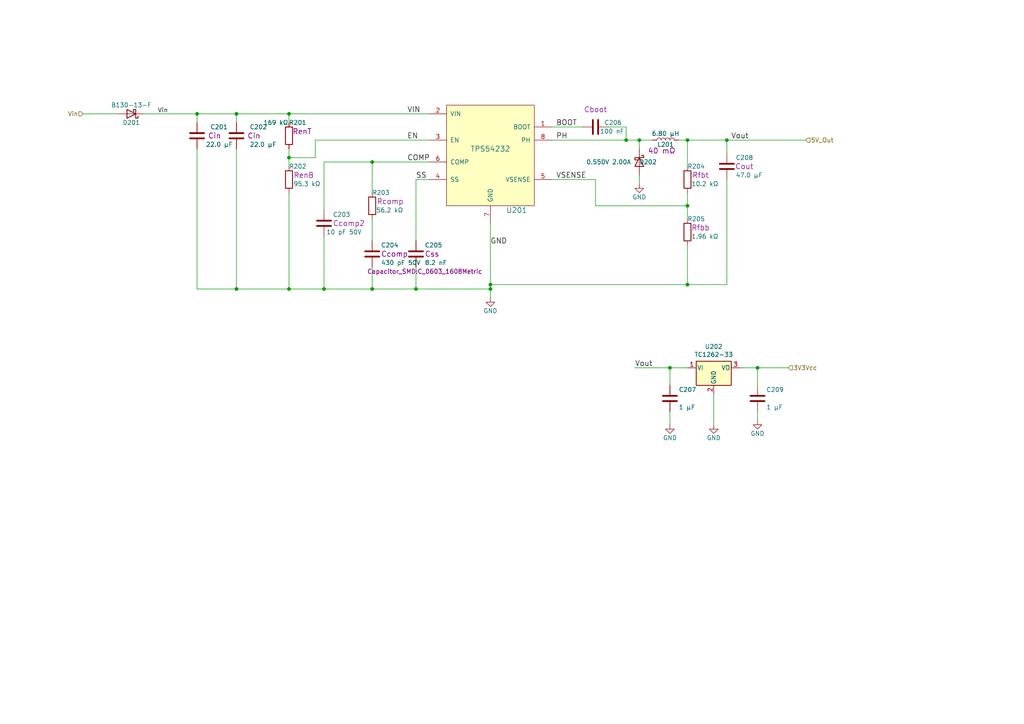
<source format=kicad_sch>
(kicad_sch (version 20211123) (generator eeschema)
  (paper "A4")
  (lib_symbols
    (symbol "Device:C" (pin_numbers hide) (pin_names (offset 0.254))
      (property "Reference" "C" (at 0.635 2.54 0))
      (property "Value" "C" (at 0.635 -2.54 0))
      (symbol "C_0_1"
        (polyline (pts (xy -2.032 -0.762) (xy 2.032 -0.762)) (stroke (width 0.508)))
        (polyline (pts (xy -2.032 0.762) (xy 2.032 0.762)) (stroke (width 0.508)))
      )
      (symbol "C_1_1"
        (pin passive line (at 0 3.81 270) (length 2.794) (name "~") (number "1"))
        (pin passive line (at 0 -3.81 90) (length 2.794) (name "~") (number "2"))
      )
    )
    (symbol "Device:D_Schottky" (pin_numbers hide) (pin_names (offset 1.016) hide)
      (property "Reference" "D" (at 0 2.54 0))
      (property "Value" "D_Schottky" (at 0 -2.54 0))
      (symbol "D_Schottky_0_1"
        (polyline (pts (xy 1.27 0) (xy -1.27 0)))
        (polyline (pts (xy 1.27 1.27) (xy 1.27 -1.27) (xy -1.27 0) (xy 1.27 1.27)) (stroke (width 0.254)))
        (polyline (pts (xy -1.905 0.635) (xy -1.905 1.27) (xy -1.27 1.27) (xy -1.27 -1.27) (xy -0.635 -1.27) (xy -0.635 -0.635)) (stroke (width 0.254)))
      )
      (symbol "D_Schottky_1_1"
        (pin passive line (at -3.81 0 0) (length 2.54) (name "K") (number "1"))
        (pin passive line (at 3.81 0 180) (length 2.54) (name "A") (number "2"))
      )
    )
    (symbol "Device:L" (pin_numbers hide) (pin_names (offset 1.016) hide)
      (property "Reference" "L" (at -1.27 0 90))
      (property "Value" "L" (at 1.905 0 90))
      (symbol "L_0_1"
        (arc (start 0 -2.54) (mid 0.635 -1.905) (end 0 -1.27))
        (arc (start 0 -1.27) (mid 0.635 -0.635) (end 0 0))
        (arc (start 0 0) (mid 0.635 0.635) (end 0 1.27))
        (arc (start 0 1.27) (mid 0.635 1.905) (end 0 2.54))
      )
      (symbol "L_1_1"
        (pin passive line (at 0 3.81 270) (length 1.27) (name "1") (number "1"))
        (pin passive line (at 0 -3.81 90) (length 1.27) (name "2") (number "2"))
      )
    )
    (symbol "Device:R" (pin_numbers hide) (pin_names (offset 0))
      (property "Reference" "R" (at 2.032 0 90))
      (property "Value" "R" (at 0 0 90))
      (symbol "R_0_1"
        (rectangle (start -1.016 -2.54) (end 1.016 2.54) (stroke (width 0.254)))
      )
      (symbol "R_1_1"
        (pin passive line (at 0 3.81 270) (length 1.27) (name "~") (number "1"))
        (pin passive line (at 0 -3.81 90) (length 1.27) (name "~") (number "2"))
      )
    )
    (symbol "FieldDevice_Power_5V-rescue:TPS54232-FieldDevice_Power_5V" (pin_names (offset 1.016))
      (property "Reference" "U" (at 7.62 -17.78 0))
      (property "Value" "TPS54232-FieldDevice_Power_5V" (at 0 0 0))
      (symbol "TPS54232-FieldDevice_Power_5V_0_1"
        (rectangle (start -12.7 12.7) (end 12.7 -16.51) (fill (type background)))
      )
      (symbol "TPS54232-FieldDevice_Power_5V_1_1"
        (pin input line (at 17.78 6.35 180) (length 5.08) (name "BOOT") (number "1"))
        (pin input line (at -17.78 10.16 0) (length 5.08) (name "VIN") (number "2"))
        (pin input line (at -17.78 2.54 0) (length 5.08) (name "EN") (number "3"))
        (pin input line (at -17.78 -8.89 0) (length 5.08) (name "SS") (number "4"))
        (pin input line (at 17.78 -8.89 180) (length 5.08) (name "VSENSE") (number "5"))
        (pin input line (at -17.78 -3.81 0) (length 5.08) (name "COMP") (number "6"))
        (pin input line (at 0 -21.59 90) (length 5.08) (name "GND") (number "7"))
        (pin input line (at 17.78 2.54 180) (length 5.08) (name "PH") (number "8"))
      )
    )
    (symbol "Regulator_Linear:TC1262-33" (pin_names (offset 0.254))
      (property "Reference" "U" (at -3.81 3.175 0))
      (property "Value" "TC1262-33" (at 0 3.175 0))
      (symbol "TC1262-33_1_1"
        (rectangle (start -5.08 1.905) (end 5.08 -5.08) (stroke (width 0.254)) (fill (type background)))
        (pin power_in line (at -7.62 0 0) (length 2.54) (name "VI") (number "1"))
        (pin power_in line (at 0 -7.62 90) (length 2.54) (name "GND") (number "2"))
        (pin power_out line (at 7.62 0 180) (length 2.54) (name "VO") (number "3"))
      )
    )
    (symbol "power:GND" (power) (pin_names (offset 0))
      (property "Value" "GND" (at 0 -3.81 0))
      (symbol "GND_0_1"
        (polyline (pts (xy 0 0) (xy 0 -1.27) (xy 1.27 -1.27) (xy 0 -2.54) (xy -1.27 -1.27) (xy 0 -1.27)))
      )
      (symbol "GND_1_1"
        (pin power_in line (at 0 0 270) (length 0) hide (name "GND") (number "1"))
      )
    )
  )
  (junction (at 57.15 33.02))
  (junction (at 83.82 33.02))
  (junction (at 199.39 59.69))
  (junction (at 107.95 46.99))
  (junction (at 142.24 82.55))
  (junction (at 93.98 83.82))
  (junction (at 120.65 83.82))
  (junction (at 199.39 40.64))
  (junction (at 194.31 106.68))
  (junction (at 142.24 83.82))
  (junction (at 107.95 83.82))
  (junction (at 219.71 106.68))
  (junction (at 68.58 33.02))
  (junction (at 210.82 40.64))
  (junction (at 199.39 82.55))
  (junction (at 83.82 83.82))
  (junction (at 181.61 40.64))
  (junction (at 68.58 83.82))
  (junction (at 83.82 45.72))
  (junction (at 185.42 40.64))
  (wire (pts (xy 93.98 46.99) (xy 107.95 46.99)))
  (wire (pts (xy 57.15 43.18) (xy 57.15 83.82)))
  (wire (pts (xy 83.82 43.18) (xy 83.82 45.72)))
  (wire (pts (xy 107.95 46.99) (xy 107.95 55.88)))
  (wire (pts (xy 199.39 59.69) (xy 199.39 63.5)))
  (wire (pts (xy 57.15 33.02) (xy 68.58 33.02)))
  (wire (pts (xy 120.65 77.47) (xy 120.65 83.82)))
  (wire (pts (xy 219.71 106.68) (xy 228.6 106.68)))
  (wire (pts (xy 83.82 33.02) (xy 124.46 33.02)))
  (wire (pts (xy 68.58 43.18) (xy 68.58 83.82)))
  (wire (pts (xy 160.02 52.07) (xy 172.72 52.07)))
  (wire (pts (xy 124.46 52.07) (xy 120.65 52.07)))
  (wire (pts (xy 83.82 55.88) (xy 83.82 83.82)))
  (wire (pts (xy 57.15 83.82) (xy 68.58 83.82)))
  (wire (pts (xy 91.44 40.64) (xy 124.46 40.64)))
  (wire (pts (xy 210.82 40.64) (xy 233.68 40.64)))
  (wire (pts (xy 107.95 63.5) (xy 107.95 69.85)))
  (wire (pts (xy 91.44 45.72) (xy 91.44 40.64)))
  (wire (pts (xy 219.71 106.68) (xy 219.71 111.76)))
  (wire (pts (xy 196.85 40.64) (xy 199.39 40.64)))
  (wire (pts (xy 210.82 82.55) (xy 210.82 52.07)))
  (wire (pts (xy 214.63 106.68) (xy 219.71 106.68)))
  (wire (pts (xy 199.39 71.12) (xy 199.39 82.55)))
  (wire (pts (xy 83.82 35.56) (xy 83.82 33.02)))
  (wire (pts (xy 107.95 77.47) (xy 107.95 83.82)))
  (wire (pts (xy 181.61 36.83) (xy 181.61 40.64)))
  (wire (pts (xy 83.82 45.72) (xy 91.44 45.72)))
  (wire (pts (xy 142.24 64.77) (xy 142.24 82.55)))
  (wire (pts (xy 210.82 40.64) (xy 210.82 44.45)))
  (wire (pts (xy 142.24 83.82) (xy 142.24 86.36)))
  (wire (pts (xy 160.02 40.64) (xy 181.61 40.64)))
  (wire (pts (xy 120.65 52.07) (xy 120.65 69.85)))
  (wire (pts (xy 199.39 106.68) (xy 194.31 106.68)))
  (wire (pts (xy 68.58 35.56) (xy 68.58 33.02)))
  (wire (pts (xy 199.39 40.64) (xy 210.82 40.64)))
  (wire (pts (xy 68.58 33.02) (xy 83.82 33.02)))
  (wire (pts (xy 185.42 40.64) (xy 185.42 43.18)))
  (wire (pts (xy 93.98 83.82) (xy 107.95 83.82)))
  (wire (pts (xy 194.31 106.68) (xy 184.15 106.68)))
  (wire (pts (xy 68.58 83.82) (xy 83.82 83.82)))
  (wire (pts (xy 142.24 82.55) (xy 199.39 82.55)))
  (wire (pts (xy 185.42 40.64) (xy 189.23 40.64)))
  (wire (pts (xy 160.02 36.83) (xy 168.91 36.83)))
  (wire (pts (xy 41.91 33.02) (xy 57.15 33.02)))
  (wire (pts (xy 107.95 83.82) (xy 120.65 83.82)))
  (wire (pts (xy 194.31 119.38) (xy 194.31 123.19)))
  (wire (pts (xy 83.82 45.72) (xy 83.82 48.26)))
  (wire (pts (xy 172.72 52.07) (xy 172.72 59.69)))
  (wire (pts (xy 57.15 35.56) (xy 57.15 33.02)))
  (wire (pts (xy 207.01 114.3) (xy 207.01 123.19)))
  (wire (pts (xy 199.39 82.55) (xy 210.82 82.55)))
  (wire (pts (xy 176.53 36.83) (xy 181.61 36.83)))
  (wire (pts (xy 199.39 55.88) (xy 199.39 59.69)))
  (wire (pts (xy 107.95 46.99) (xy 124.46 46.99)))
  (wire (pts (xy 93.98 68.58) (xy 93.98 83.82)))
  (wire (pts (xy 194.31 111.76) (xy 194.31 106.68)))
  (wire (pts (xy 185.42 50.8) (xy 185.42 53.34)))
  (wire (pts (xy 142.24 82.55) (xy 142.24 83.82)))
  (wire (pts (xy 219.71 119.38) (xy 219.71 121.92)))
  (wire (pts (xy 83.82 83.82) (xy 93.98 83.82)))
  (wire (pts (xy 199.39 40.64) (xy 199.39 48.26)))
  (wire (pts (xy 93.98 46.99) (xy 93.98 60.96)))
  (wire (pts (xy 181.61 40.64) (xy 185.42 40.64)))
  (wire (pts (xy 24.13 33.02) (xy 34.29 33.02)))
  (wire (pts (xy 120.65 83.82) (xy 142.24 83.82)))
  (wire (pts (xy 172.72 59.69) (xy 199.39 59.69)))
  (label "Vin" (at 45.72 33.02 0))
  (label "VIN" (at 118.11 33.02 0) (effects (font (size 1.524 1.524))))
  (label "VSENSE" (at 161.29 52.07 0) (effects (font (size 1.524 1.524))))
  (label "BOOT" (at 161.29 36.83 0) (effects (font (size 1.524 1.524))))
  (label "SS" (at 120.65 52.07 0) (effects (font (size 1.524 1.524))))
  (label "PH" (at 161.29 40.64 0) (effects (font (size 1.524 1.524))))
  (label "EN" (at 118.11 40.64 0) (effects (font (size 1.524 1.524))))
  (label "COMP" (at 118.11 46.99 0) (effects (font (size 1.524 1.524))))
  (label "Vout" (at 184.15 106.68 0) (effects (font (size 1.524 1.524))))
  (label "GND" (at 142.24 71.12 0) (effects (font (size 1.524 1.524))))
  (label "Vout" (at 217.17 40.64 180) (effects (font (size 1.524 1.524))))
  (hierarchical_label "5V_Out" (shape input) (at 233.68 40.64 0))
  (hierarchical_label "3V3Vcc" (shape input) (at 228.6 106.68 0))
  (hierarchical_label "Vin" (shape input) (at 24.13 33.02 180))
  (symbol (lib_id "FieldDevice_Power_5V-rescue:TPS54232-FieldDevice_Power_5V") (at 142.24 43.18 0) (unit 1)
    (property "Reference" "U201" (at 149.86 60.96 0) (effects (font (size 1.524 1.524))))
    (property "Value" "TPS54232" (at 142.24 43.18 0) (effects (font (size 1.524 1.524))))
    (property "Footprint" "FieldDevice_Power_5V:TPS54232DR" (effects hide))
  )
  (symbol (lib_id "Device:R") (at 83.82 39.37 0) (unit 1)
    (property "Reference" "R201" (at 86.36 35.56 0))
    (property "Value" "169 kΩ" (at 80.01 35.56 0))
    (property "Footprint" "Resistor_SMD:R_0805_2012Metric" (effects hide))
    (property "Link" "Value" (effects hide))
    (property "Comp_Name" "RenT" (at 87.63 38.1 0) (effects (font (size 1.524 1.524))))
  )
  (symbol (lib_id "Device:R") (at 83.82 52.07 0) (unit 1)
    (property "Reference" "R202" (at 86.36 48.26 0))
    (property "Value" "95.3 kΩ" (at 85.09 53.34 0) (effects (justify left)))
    (property "Footprint" "Resistor_SMD:R_0805_2012Metric" (effects hide))
    (property "Link" "Value" (effects hide))
    (property "Comp_Name" "RenB" (at 85.09 50.8 0) (effects (font (size 1.524 1.524)) (justify left)))
  )
  (symbol (lib_id "Device:R") (at 107.95 59.69 0) (unit 1)
    (property "Reference" "R203" (at 110.49 55.88 0))
    (property "Value" "56.2 kΩ" (at 113.03 60.96 0))
    (property "Footprint" "Resistor_SMD:R_0805_2012Metric" (effects hide))
    (property "Link" "Value" (effects hide))
    (property "Comp_Name" "Rcomp" (at 109.22 58.42 0) (effects (font (size 1.524 1.524)) (justify left)))
  )
  (symbol (lib_id "Device:R") (at 199.39 52.07 0) (unit 1)
    (property "Reference" "R204" (at 201.93 48.26 0))
    (property "Value" "10.2 kΩ" (at 204.47 53.34 0))
    (property "Footprint" "Resistor_SMD:R_0805_2012Metric" (effects hide))
    (property "Link" "Value" (effects hide))
    (property "Comp_Name" "Rfbt" (at 203.2 50.8 0) (effects (font (size 1.524 1.524))))
  )
  (symbol (lib_id "Device:R") (at 199.39 67.31 0) (unit 1)
    (property "Reference" "R205" (at 201.93 63.5 0))
    (property "Value" "1.96 kΩ" (at 204.47 68.58 0))
    (property "Footprint" "Resistor_SMD:R_0805_2012Metric" (effects hide))
    (property "Link" "Value" (effects hide))
    (property "Comp_Name" "Rfbb" (at 203.2 66.04 0) (effects (font (size 1.524 1.524))))
  )
  (symbol (lib_id "Device:C") (at 57.15 39.37 0) (unit 1)
    (property "Reference" "C201" (at 60.96 36.83 0) (effects (justify left)))
    (property "Value" "22.0 μF" (at 59.69 41.91 0) (effects (justify left)))
    (property "Footprint" "Capacitor_SMD:C_1210_3225Metric" (effects hide))
    (property "MPN" "Value" (effects hide))
    (property "ConradPN" "Value" (effects hide))
    (property "Label" "Value" (effects hide))
    (property "Link" "Value" (effects hide))
    (property "Comp_Name" "Cin" (at 62.23 39.37 0) (effects (font (size 1.524 1.524))))
  )
  (symbol (lib_id "Device:C") (at 93.98 64.77 0) (unit 1)
    (property "Reference" "C203" (at 96.52 62.23 0) (effects (justify left)))
    (property "Value" "10 pF 50V" (at 94.615 67.31 0) (effects (justify left)))
    (property "Footprint" "Capacitor_SMD:C_0805_2012Metric" (effects hide))
    (property "Link" "Value" (effects hide))
    (property "Comp_Name" "Ccomp2" (at 96.52 64.77 0) (effects (font (size 1.524 1.524)) (justify left)))
  )
  (symbol (lib_id "Device:C") (at 107.95 73.66 0) (unit 1)
    (property "Reference" "C204" (at 110.49 71.12 0) (effects (justify left)))
    (property "Value" "430 pF 50V" (at 110.49 76.2 0) (effects (justify left)))
    (property "Footprint" "Capacitor_SMD:C_0805_2012Metric" (effects hide))
    (property "Link" "Value" (effects hide))
    (property "Comp_Name" "Ccomp" (at 110.49 73.66 0) (effects (font (size 1.524 1.524)) (justify left)))
  )
  (symbol (lib_id "Device:C") (at 120.65 73.66 0) (unit 1)
    (property "Reference" "C205" (at 123.19 71.12 0) (effects (justify left)))
    (property "Value" "8.2 nF" (at 123.19 76.2 0) (effects (justify left)))
    (property "Footprint" "Capacitor_SMD:C_0603_1608Metric" (at 123.19 78.74 0))
    (property "Link" "Value" (effects hide))
    (property "Comp_Name" "Css" (at 123.19 73.66 0) (effects (font (size 1.524 1.524)) (justify left)))
  )
  (symbol (lib_id "Device:C") (at 172.72 36.83 270) (unit 1)
    (property "Reference" "C206" (at 175.26 35.56 90) (effects (justify left)))
    (property "Value" "100 nF" (at 173.99 38.1 90) (effects (justify left)))
    (property "Footprint" "Capacitor_SMD:C_0805_2012Metric" (effects hide))
    (property "Link" "Value" (effects hide))
    (property "Comp_Name" "Cboot" (at 172.72 31.75 90) (effects (font (size 1.524 1.524))))
  )
  (symbol (lib_id "Device:C") (at 210.82 48.26 0) (unit 1)
    (property "Reference" "C208" (at 213.36 45.72 0) (effects (justify left)))
    (property "Value" "47.0 μF" (at 213.36 50.8 0) (effects (justify left)))
    (property "Footprint" "Capacitor_SMD:C_0805_2012Metric" (effects hide))
    (property "Link" "Value" (effects hide))
    (property "Comp_Name" "Cout" (at 215.9 48.26 0) (effects (font (size 1.524 1.524))))
  )
  (symbol (lib_id "Device:L") (at 193.04 40.64 90) (unit 1)
    (property "Reference" "L201" (at 193.04 41.91 90))
    (property "Value" "6.80 μΗ" (at 193.04 38.735 90))
    (property "Footprint" "FieldDevice_Power_5V:SDR0805-6R8ML" (effects hide))
    (property "MPN" "Value" (effects hide))
    (property "ConradPN" "Value" (effects hide))
    (property "Label" "Value" (effects hide))
    (property "Link" "Value" (effects hide))
    (property "Comp_Name" "40 mΩ" (at 195.9864 43.7388 90) (effects (font (size 1.524 1.524)) (justify left)))
  )
  (symbol (lib_id "Device:D_Schottky") (at 185.42 46.99 270) (unit 1)
    (property "Reference" "D202" (at 187.96 46.99 90))
    (property "Value" "0.550V 2.00A" (at 176.53 46.99 90))
    (property "Footprint" "FieldDevice_Power_5V:D_SOD-123F" (effects hide))
    (property "Datasheet" "https://www.fairchildsemi.com/datasheets/SS/SS24FL.pdf" (effects hide))
    (property "MPN" "SS24FL" (effects hide))
    (property "ConradPN" "Value" (effects hide))
    (property "Label" "Value" (effects hide))
    (property "Link" "Value" (effects hide))
    (property "Comp_Name" "Value" (effects hide))
  )
  (symbol (lib_id "Device:C") (at 68.58 39.37 0) (unit 1)
    (property "Reference" "C202" (at 72.39 36.83 0) (effects (justify left)))
    (property "Value" "22.0 μF" (at 72.39 41.91 0) (effects (justify left)))
    (property "Footprint" "Capacitor_SMD:C_1210_3225Metric" (effects hide))
    (property "MPN" "Value" (effects hide))
    (property "ConradPN" "Value" (effects hide))
    (property "Label" "Value" (effects hide))
    (property "Link" "Value" (effects hide))
    (property "Comp_Name" "Cin" (at 73.66 39.37 0) (effects (font (size 1.524 1.524))))
  )
  (symbol (lib_id "power:GND") (at 142.24 86.36 0) (unit 1)
    (property "Reference" "#PWR0201" (effects hide))
    (property "Value" "GND" (at 142.24 90.17 0))
  )
  (symbol (lib_id "power:GND") (at 185.42 53.34 0) (unit 1)
    (property "Reference" "#PWR0202" (effects hide))
    (property "Value" "GND" (at 185.42 57.15 0))
  )
  (symbol (lib_id "Device:D_Schottky") (at 38.1 33.02 180) (unit 1)
    (property "Reference" "D201" (at 38.1 35.56 0))
    (property "Value" "B130-13-F" (at 38.1 30.48 0))
    (property "Footprint" "FieldDevice_Power_5V:B130-13-F" (effects hide))
    (property "MPN" "B130-13-F" (effects hide))
    (property "ConradPN" "Value" (effects hide))
    (property "Label" "Value" (effects hide))
  )
  (symbol (lib_id "Regulator_Linear:TC1262-33") (at 207.01 106.68 0) (unit 1)
    (property "Reference" "U202" (at 207.01 100.5332 0))
    (property "Value" "TC1262-33" (at 207.01 102.8446 0))
    (property "Datasheet" "http://ww1.microchip.com/downloads/en/DeviceDoc/21373C.pdf" (effects hide))
  )
  (symbol (lib_id "power:GND") (at 207.01 123.19 0) (unit 1)
    (property "Reference" "#PWR0204" (effects hide))
    (property "Value" "GND" (at 207.01 127 0))
  )
  (symbol (lib_id "Device:C") (at 194.31 115.57 0) (unit 1)
    (property "Reference" "C207" (at 196.85 113.03 0) (effects (justify left)))
    (property "Value" "1 μF" (at 196.85 118.11 0) (effects (justify left)))
    (property "Footprint" "Capacitor_SMD:C_0805_2012Metric" (effects hide))
    (property "Link" "Value" (effects hide))
  )
  (symbol (lib_id "power:GND") (at 194.31 123.19 0) (unit 1)
    (property "Reference" "#PWR0203" (effects hide))
    (property "Value" "GND" (at 194.31 127 0))
  )
  (symbol (lib_id "Device:C") (at 219.71 115.57 0) (unit 1)
    (property "Reference" "C209" (at 222.25 113.03 0) (effects (justify left)))
    (property "Value" "1 μF" (at 222.25 118.11 0) (effects (justify left)))
    (property "Footprint" "Capacitor_SMD:C_0805_2012Metric" (effects hide))
    (property "Link" "Value" (effects hide))
  )
  (symbol (lib_id "power:GND") (at 219.71 121.92 0) (unit 1)
    (property "Reference" "#PWR0205" (effects hide))
    (property "Value" "GND" (at 219.71 125.73 0))
  )
)
</source>
